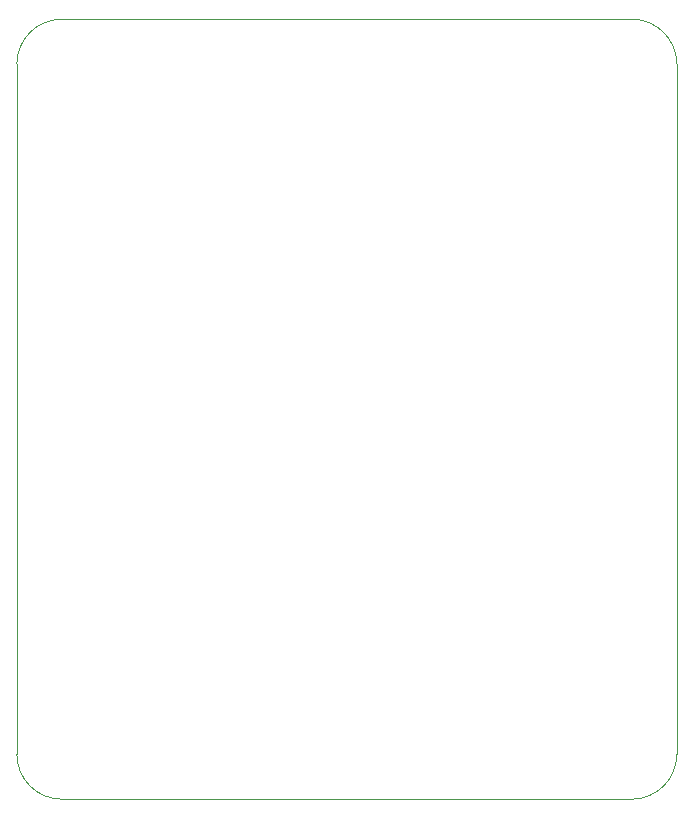
<source format=gbr>
%TF.GenerationSoftware,KiCad,Pcbnew,5.1.10-88a1d61d58~88~ubuntu18.04.1*%
%TF.CreationDate,2021-08-27T16:22:50+08:00*%
%TF.ProjectId,grip_strength,67726970-5f73-4747-9265-6e6774682e6b,rev?*%
%TF.SameCoordinates,Original*%
%TF.FileFunction,Profile,NP*%
%FSLAX46Y46*%
G04 Gerber Fmt 4.6, Leading zero omitted, Abs format (unit mm)*
G04 Created by KiCad (PCBNEW 5.1.10-88a1d61d58~88~ubuntu18.04.1) date 2021-08-27 16:22:50*
%MOMM*%
%LPD*%
G01*
G04 APERTURE LIST*
%TA.AperFunction,Profile*%
%ADD10C,0.050000*%
%TD*%
G04 APERTURE END LIST*
D10*
X74930000Y-55880000D02*
X74930000Y-114300000D01*
X127000000Y-118110000D02*
X78740000Y-118110000D01*
X130810000Y-55880000D02*
X130810000Y-114300000D01*
X78740000Y-52070000D02*
X127000000Y-52070000D01*
X74930000Y-55880000D02*
G75*
G02*
X78740000Y-52070000I3810000J0D01*
G01*
X127000000Y-52070000D02*
G75*
G02*
X130810000Y-55880000I0J-3810000D01*
G01*
X130810000Y-114300000D02*
G75*
G02*
X127000000Y-118110000I-3810000J0D01*
G01*
X78740000Y-118110000D02*
G75*
G02*
X74930000Y-114300000I0J3810000D01*
G01*
M02*

</source>
